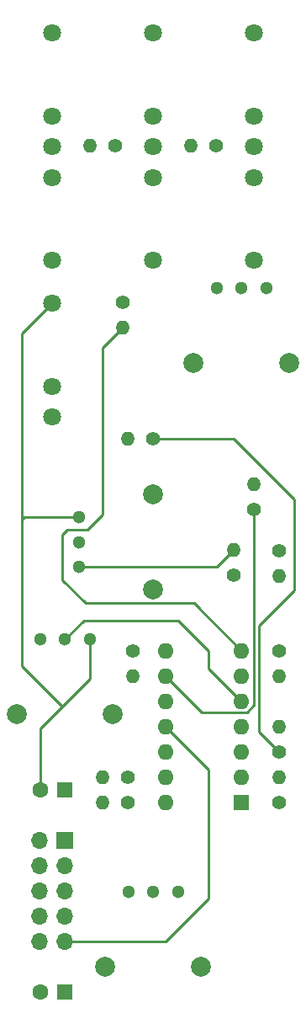
<source format=gbr>
%TF.GenerationSoftware,KiCad,Pcbnew,(5.1.6-0)*%
%TF.CreationDate,2022-12-01T22:05:58-05:00*%
%TF.ProjectId,MACRO,4d414352-4f2e-46b6-9963-61645f706362,rev?*%
%TF.SameCoordinates,Original*%
%TF.FileFunction,Copper,L1,Top*%
%TF.FilePolarity,Positive*%
%FSLAX46Y46*%
G04 Gerber Fmt 4.6, Leading zero omitted, Abs format (unit mm)*
G04 Created by KiCad (PCBNEW (5.1.6-0)) date 2022-12-01 22:05:58*
%MOMM*%
%LPD*%
G01*
G04 APERTURE LIST*
%TA.AperFunction,ComponentPad*%
%ADD10C,2.000000*%
%TD*%
%TA.AperFunction,ComponentPad*%
%ADD11C,1.300000*%
%TD*%
%TA.AperFunction,ComponentPad*%
%ADD12C,1.400000*%
%TD*%
%TA.AperFunction,ComponentPad*%
%ADD13O,1.400000X1.400000*%
%TD*%
%TA.AperFunction,ComponentPad*%
%ADD14C,1.800000*%
%TD*%
%TA.AperFunction,ComponentPad*%
%ADD15R,1.700000X1.700000*%
%TD*%
%TA.AperFunction,ComponentPad*%
%ADD16O,1.700000X1.700000*%
%TD*%
%TA.AperFunction,ComponentPad*%
%ADD17R,1.600000X1.600000*%
%TD*%
%TA.AperFunction,ComponentPad*%
%ADD18C,1.600000*%
%TD*%
%TA.AperFunction,ComponentPad*%
%ADD19O,1.600000X1.600000*%
%TD*%
%TA.AperFunction,Conductor*%
%ADD20C,0.250000*%
%TD*%
G04 APERTURE END LIST*
D10*
%TO.P,RV3,*%
%TO.N,*%
X73660000Y-103606000D03*
X73660000Y-94006000D03*
D11*
%TO.P,RV3,3*%
%TO.N,Net-(R4-Pad1)*%
X66160000Y-101306000D03*
%TO.P,RV3,2*%
%TO.N,Net-(RV3-Pad2)*%
X66160000Y-98806000D03*
%TO.P,RV3,1*%
%TO.N,GND*%
X66160000Y-96306000D03*
%TD*%
D10*
%TO.P,RV4,*%
%TO.N,*%
X77750000Y-80772000D03*
X87350000Y-80772000D03*
D11*
%TO.P,RV4,3*%
%TO.N,Net-(R4-Pad1)*%
X80050000Y-73272000D03*
%TO.P,RV4,2*%
%TO.N,Net-(RV4-Pad2)*%
X82550000Y-73272000D03*
%TO.P,RV4,1*%
%TO.N,GND*%
X85050000Y-73272000D03*
%TD*%
D12*
%TO.P,R4,1*%
%TO.N,Net-(R4-Pad1)*%
X86360000Y-99695000D03*
D13*
%TO.P,R4,2*%
%TO.N,Net-(R3-Pad1)*%
X86360000Y-102235000D03*
%TD*%
D12*
%TO.P,R6,1*%
%TO.N,Net-(R6-Pad1)*%
X83820000Y-95504000D03*
D13*
%TO.P,R6,2*%
%TO.N,Net-(R4-Pad1)*%
X83820000Y-92964000D03*
%TD*%
D12*
%TO.P,R7,1*%
%TO.N,Net-(R10-Pad2)*%
X71120000Y-122428000D03*
D13*
%TO.P,R7,2*%
%TO.N,Net-(R4-Pad1)*%
X68580000Y-122428000D03*
%TD*%
D12*
%TO.P,R8,1*%
%TO.N,Net-(R11-Pad2)*%
X86360000Y-109728000D03*
D13*
%TO.P,R8,2*%
%TO.N,Net-(R5-Pad1)*%
X86360000Y-112268000D03*
%TD*%
D12*
%TO.P,R9,1*%
%TO.N,Net-(R12-Pad2)*%
X71628000Y-109728000D03*
D13*
%TO.P,R9,2*%
%TO.N,Net-(R6-Pad1)*%
X71628000Y-112268000D03*
%TD*%
D12*
%TO.P,R10,1*%
%TO.N,Net-(R10-Pad1)*%
X71120000Y-124968000D03*
D13*
%TO.P,R10,2*%
%TO.N,Net-(R10-Pad2)*%
X68580000Y-124968000D03*
%TD*%
D12*
%TO.P,R11,1*%
%TO.N,Net-(J2-Pad1)*%
X70612000Y-74676000D03*
D13*
%TO.P,R11,2*%
%TO.N,Net-(R11-Pad2)*%
X70612000Y-77216000D03*
%TD*%
D12*
%TO.P,R12,1*%
%TO.N,Net-(J4-Pad1)*%
X69850000Y-58928000D03*
D13*
%TO.P,R12,2*%
%TO.N,Net-(R12-Pad2)*%
X67310000Y-58928000D03*
%TD*%
D12*
%TO.P,R13,1*%
%TO.N,Net-(J6-Pad1)*%
X80010000Y-58928000D03*
D13*
%TO.P,R13,2*%
%TO.N,Net-(R10-Pad1)*%
X77470000Y-58928000D03*
%TD*%
D10*
%TO.P,RV1,*%
%TO.N,*%
X68860000Y-141478000D03*
X78460000Y-141478000D03*
D11*
%TO.P,RV1,3*%
%TO.N,+12V*%
X71160000Y-133978000D03*
%TO.P,RV1,2*%
%TO.N,Net-(RV1-Pad2)*%
X73660000Y-133978000D03*
%TO.P,RV1,1*%
%TO.N,GND*%
X76160000Y-133978000D03*
%TD*%
D10*
%TO.P,RV2,*%
%TO.N,*%
X59970000Y-116078000D03*
X69570000Y-116078000D03*
D11*
%TO.P,RV2,3*%
%TO.N,Net-(R4-Pad1)*%
X62270000Y-108578000D03*
%TO.P,RV2,2*%
%TO.N,Net-(RV2-Pad2)*%
X64770000Y-108578000D03*
%TO.P,RV2,1*%
%TO.N,GND*%
X67270000Y-108578000D03*
%TD*%
D12*
%TO.P,R5,1*%
%TO.N,Net-(R5-Pad1)*%
X81788000Y-102108000D03*
D13*
%TO.P,R5,2*%
%TO.N,Net-(R4-Pad1)*%
X81788000Y-99568000D03*
%TD*%
D12*
%TO.P,R2,1*%
%TO.N,Net-(R1-Pad1)*%
X73660000Y-88392000D03*
D13*
%TO.P,R2,2*%
%TO.N,Net-(J1-Pad1)*%
X71120000Y-88392000D03*
%TD*%
D12*
%TO.P,R3,1*%
%TO.N,Net-(R3-Pad1)*%
X86360000Y-124968000D03*
D13*
%TO.P,R3,2*%
%TO.N,Net-(R1-Pad1)*%
X86360000Y-122428000D03*
%TD*%
D14*
%TO.P,J3,3*%
%TO.N,GND*%
X63500000Y-47658000D03*
%TO.P,J3,1*%
%TO.N,Net-(J2-Pad1)*%
X63500000Y-59058000D03*
%TO.P,J3,2*%
%TO.N,Net-(J3-Pad2)*%
X63500000Y-55958000D03*
%TD*%
%TO.P,J4,3*%
%TO.N,GND*%
X73660000Y-70452000D03*
%TO.P,J4,1*%
%TO.N,Net-(J4-Pad1)*%
X73660000Y-59052000D03*
%TO.P,J4,2*%
%TO.N,Net-(J4-Pad2)*%
X73660000Y-62152000D03*
%TD*%
%TO.P,J5,3*%
%TO.N,GND*%
X73660000Y-47658000D03*
%TO.P,J5,1*%
%TO.N,Net-(J4-Pad1)*%
X73660000Y-59058000D03*
%TO.P,J5,2*%
%TO.N,Net-(J5-Pad2)*%
X73660000Y-55958000D03*
%TD*%
%TO.P,J6,3*%
%TO.N,GND*%
X83820000Y-70452000D03*
%TO.P,J6,1*%
%TO.N,Net-(J6-Pad1)*%
X83820000Y-59052000D03*
%TO.P,J6,2*%
%TO.N,Net-(J6-Pad2)*%
X83820000Y-62152000D03*
%TD*%
%TO.P,J7,3*%
%TO.N,GND*%
X83820000Y-47658000D03*
%TO.P,J7,1*%
%TO.N,Net-(J6-Pad1)*%
X83820000Y-59058000D03*
%TO.P,J7,2*%
%TO.N,Net-(J7-Pad2)*%
X83820000Y-55958000D03*
%TD*%
D15*
%TO.P,J8,1*%
%TO.N,+12V*%
X64770000Y-128778000D03*
D16*
%TO.P,J8,2*%
X62230000Y-128778000D03*
%TO.P,J8,3*%
%TO.N,GND*%
X64770000Y-131318000D03*
%TO.P,J8,4*%
X62230000Y-131318000D03*
%TO.P,J8,5*%
X64770000Y-133858000D03*
%TO.P,J8,6*%
X62230000Y-133858000D03*
%TO.P,J8,7*%
X64770000Y-136398000D03*
%TO.P,J8,8*%
X62230000Y-136398000D03*
%TO.P,J8,9*%
%TO.N,-12V*%
X64770000Y-138938000D03*
%TO.P,J8,10*%
X62230000Y-138938000D03*
%TD*%
D12*
%TO.P,R1,1*%
%TO.N,Net-(R1-Pad1)*%
X86360000Y-119888000D03*
D13*
%TO.P,R1,2*%
%TO.N,+12V*%
X86360000Y-117348000D03*
%TD*%
D14*
%TO.P,J1,3*%
%TO.N,GND*%
X63500000Y-74836000D03*
%TO.P,J1,1*%
%TO.N,Net-(J1-Pad1)*%
X63500000Y-86236000D03*
%TO.P,J1,2*%
%TO.N,Net-(J1-Pad2)*%
X63500000Y-83136000D03*
%TD*%
%TO.P,J2,3*%
%TO.N,GND*%
X63500000Y-70452000D03*
%TO.P,J2,1*%
%TO.N,Net-(J2-Pad1)*%
X63500000Y-59052000D03*
%TO.P,J2,2*%
%TO.N,Net-(J2-Pad2)*%
X63500000Y-62152000D03*
%TD*%
D17*
%TO.P,C2,1*%
%TO.N,GND*%
X64770000Y-144018000D03*
D18*
%TO.P,C2,2*%
%TO.N,-12V*%
X62270000Y-144018000D03*
%TD*%
D17*
%TO.P,U1,1*%
%TO.N,Net-(R3-Pad1)*%
X82550000Y-124968000D03*
D19*
%TO.P,U1,8*%
%TO.N,Net-(R12-Pad2)*%
X74930000Y-109728000D03*
%TO.P,U1,2*%
%TO.N,Net-(R1-Pad1)*%
X82550000Y-122428000D03*
%TO.P,U1,9*%
%TO.N,Net-(R6-Pad1)*%
X74930000Y-112268000D03*
%TO.P,U1,3*%
%TO.N,Net-(RV1-Pad2)*%
X82550000Y-119888000D03*
%TO.P,U1,10*%
%TO.N,Net-(RV3-Pad2)*%
X74930000Y-114808000D03*
%TO.P,U1,4*%
%TO.N,+12V*%
X82550000Y-117348000D03*
%TO.P,U1,11*%
%TO.N,-12V*%
X74930000Y-117348000D03*
%TO.P,U1,5*%
%TO.N,Net-(RV2-Pad2)*%
X82550000Y-114808000D03*
%TO.P,U1,12*%
%TO.N,Net-(RV4-Pad2)*%
X74930000Y-119888000D03*
%TO.P,U1,6*%
%TO.N,Net-(R5-Pad1)*%
X82550000Y-112268000D03*
%TO.P,U1,13*%
%TO.N,Net-(R10-Pad2)*%
X74930000Y-122428000D03*
%TO.P,U1,7*%
%TO.N,Net-(R11-Pad2)*%
X82550000Y-109728000D03*
%TO.P,U1,14*%
%TO.N,Net-(R10-Pad1)*%
X74930000Y-124968000D03*
%TD*%
D17*
%TO.P,C1,1*%
%TO.N,+12V*%
X64770000Y-123698000D03*
D18*
%TO.P,C1,2*%
%TO.N,GND*%
X62270000Y-123698000D03*
%TD*%
D20*
%TO.N,GND*%
X62270000Y-123698000D02*
X62270000Y-117562000D01*
X67270000Y-112562000D02*
X67270000Y-108578000D01*
X63500000Y-74836000D02*
X60452000Y-77884000D01*
X60452000Y-111252000D02*
X64516000Y-115316000D01*
X64516000Y-115316000D02*
X67270000Y-112562000D01*
X62270000Y-117562000D02*
X64516000Y-115316000D01*
X60666000Y-96306000D02*
X60452000Y-96520000D01*
X66160000Y-96306000D02*
X60666000Y-96306000D01*
X60452000Y-96520000D02*
X60452000Y-111252000D01*
X60452000Y-77884000D02*
X60452000Y-96520000D01*
%TO.N,-12V*%
X64770000Y-138938000D02*
X74930000Y-138938000D01*
X74930000Y-138938000D02*
X79248000Y-134620000D01*
X79248000Y-121666000D02*
X74930000Y-117348000D01*
X79248000Y-134620000D02*
X79248000Y-121666000D01*
%TO.N,Net-(R1-Pad1)*%
X86360000Y-119888000D02*
X84328000Y-117856000D01*
X84328000Y-117856000D02*
X84328000Y-107188000D01*
X84328000Y-107188000D02*
X87884000Y-103632000D01*
X87884000Y-103632000D02*
X87884000Y-94488000D01*
X87884000Y-94488000D02*
X81788000Y-88392000D01*
X81788000Y-88392000D02*
X73660000Y-88392000D01*
%TO.N,Net-(R4-Pad1)*%
X80050000Y-101306000D02*
X81788000Y-99568000D01*
X66160000Y-101306000D02*
X80050000Y-101306000D01*
%TO.N,Net-(R6-Pad1)*%
X78595001Y-115933001D02*
X74930000Y-112268000D01*
X83820000Y-115203002D02*
X83090001Y-115933001D01*
X83090001Y-115933001D02*
X78595001Y-115933001D01*
X83820000Y-95504000D02*
X83820000Y-115203002D01*
%TO.N,Net-(R11-Pad2)*%
X68580000Y-79248000D02*
X70612000Y-77216000D01*
X68580000Y-96012000D02*
X68580000Y-79248000D01*
X67056000Y-97536000D02*
X68580000Y-96012000D01*
X65024000Y-97536000D02*
X67056000Y-97536000D01*
X64516000Y-98044000D02*
X65024000Y-97536000D01*
X64516000Y-102616000D02*
X64516000Y-98044000D01*
X66831001Y-104931001D02*
X64516000Y-102616000D01*
X77753001Y-104931001D02*
X66831001Y-104931001D01*
X82550000Y-109728000D02*
X77753001Y-104931001D01*
%TO.N,Net-(RV2-Pad2)*%
X66668000Y-106680000D02*
X64770000Y-108578000D01*
X76200000Y-106680000D02*
X66668000Y-106680000D01*
X79248000Y-109728000D02*
X76200000Y-106680000D01*
X79248000Y-111506000D02*
X79248000Y-109728000D01*
X82550000Y-114808000D02*
X79248000Y-111506000D01*
%TD*%
M02*

</source>
